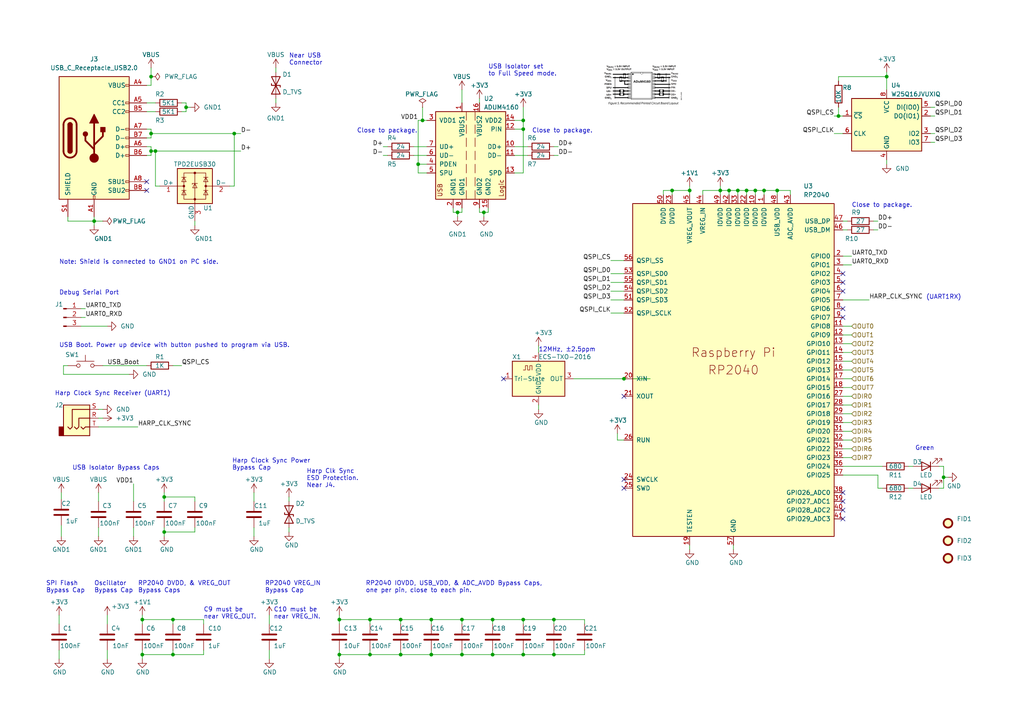
<source format=kicad_sch>
(kicad_sch (version 20230121) (generator eeschema)
  (paper "A4")
  (junction (at 243.205 33.655))
  (junction (at 27.305 64.135))
  (junction (at 132.715 61.595))
  (junction (at 133.985 179.705))
  (junction (at 142.875 179.705))
  (junction (at 98.425 189.865))
  (junction (at 50.165 189.865))
  (junction (at 160.655 179.705))
  (junction (at 41.275 179.705))
  (junction (at 219.075 55.245))
  (junction (at 125.095 179.705))
  (junction (at 53.975 31.115))
  (junction (at 107.315 189.865))
  (junction (at 213.995 55.245))
  (junction (at 225.425 55.245))
  (junction (at 151.765 34.925))
  (junction (at 257.175 22.225))
  (junction (at 43.815 38.735))
  (junction (at 208.915 55.245))
  (junction (at 133.985 189.865))
  (junction (at 142.875 189.865))
  (junction (at 41.275 189.865))
  (junction (at 122.555 34.925))
  (junction (at 221.615 55.245))
  (junction (at 160.655 189.865))
  (junction (at 47.625 144.145))
  (junction (at 194.945 55.245))
  (junction (at 180.975 109.855))
  (junction (at 116.205 179.705))
  (junction (at 125.095 189.865))
  (junction (at 43.815 22.225))
  (junction (at 50.165 179.705))
  (junction (at 43.815 43.815))
  (junction (at 67.945 38.735))
  (junction (at 98.425 179.705))
  (junction (at 140.335 61.595))
  (junction (at 121.285 47.625))
  (junction (at 151.765 189.865))
  (junction (at 151.765 37.465))
  (junction (at 47.625 154.305))
  (junction (at 216.535 55.245))
  (junction (at 107.315 179.705))
  (junction (at 211.455 55.245))
  (junction (at 200.025 55.245))
  (junction (at 45.085 43.815))
  (junction (at 116.205 189.865))
  (junction (at 273.685 138.43))
  (junction (at 151.765 179.705))
  (no_connect (at 180.975 139.065))
  (no_connect (at 244.475 92.075))
  (no_connect (at 146.05 109.855))
  (no_connect (at 244.475 142.875))
  (no_connect (at 244.475 150.495))
  (no_connect (at 42.545 55.245))
  (no_connect (at 244.475 147.955))
  (no_connect (at 244.475 145.415))
  (no_connect (at 244.475 89.535))
  (no_connect (at 244.475 81.915))
  (no_connect (at 180.975 141.605))
  (no_connect (at 180.975 114.935))
  (no_connect (at 244.475 79.375))
  (no_connect (at 244.475 84.455))
  (no_connect (at 42.545 52.705))
  (wire (pts (xy 98.425 179.705) (xy 98.425 180.975)))
  (wire (pts (xy 116.205 179.705) (xy 116.205 180.975)))
  (wire (pts (xy 121.285 50.165) (xy 121.285 47.625)))
  (wire (pts (xy 257.175 46.355) (xy 257.175 47.625)))
  (wire (pts (xy 244.475 120.015) (xy 247.015 120.015)))
  (wire (pts (xy 151.765 34.925) (xy 151.765 37.465)))
  (wire (pts (xy 219.075 55.245) (xy 221.615 55.245)))
  (wire (pts (xy 43.815 37.465) (xy 43.815 38.735)))
  (wire (pts (xy 42.545 37.465) (xy 43.815 37.465)))
  (wire (pts (xy 133.985 189.865) (xy 125.095 189.865)))
  (wire (pts (xy 244.475 97.155) (xy 247.015 97.155)))
  (wire (pts (xy 41.275 178.435) (xy 41.275 179.705)))
  (wire (pts (xy 151.765 189.865) (xy 160.655 189.865)))
  (wire (pts (xy 41.275 188.595) (xy 41.275 189.865)))
  (wire (pts (xy 142.875 188.595) (xy 142.875 189.865)))
  (wire (pts (xy 243.205 22.225) (xy 257.175 22.225)))
  (wire (pts (xy 45.085 53.975) (xy 46.355 53.975)))
  (wire (pts (xy 43.815 43.815) (xy 43.815 45.085)))
  (wire (pts (xy 244.475 117.475) (xy 247.015 117.475)))
  (wire (pts (xy 179.07 125.73) (xy 179.07 127.635)))
  (wire (pts (xy 180.975 86.995) (xy 177.165 86.995)))
  (wire (pts (xy 244.475 114.935) (xy 247.015 114.935)))
  (wire (pts (xy 151.765 31.115) (xy 151.765 34.925)))
  (wire (pts (xy 273.685 138.43) (xy 274.955 138.43)))
  (wire (pts (xy 133.985 179.705) (xy 133.985 180.975)))
  (wire (pts (xy 23.495 92.075) (xy 24.765 92.075)))
  (wire (pts (xy 50.165 189.865) (xy 50.165 188.595)))
  (wire (pts (xy 78.105 178.435) (xy 78.105 180.975)))
  (wire (pts (xy 244.475 76.835) (xy 247.015 76.835)))
  (wire (pts (xy 50.165 180.975) (xy 50.165 179.705)))
  (wire (pts (xy 180.975 84.455) (xy 177.165 84.455)))
  (wire (pts (xy 208.915 55.245) (xy 203.835 55.245)))
  (wire (pts (xy 45.085 43.815) (xy 69.85 43.815)))
  (wire (pts (xy 216.535 55.245) (xy 216.535 56.515)))
  (wire (pts (xy 47.625 154.305) (xy 56.515 154.305)))
  (wire (pts (xy 52.705 29.845) (xy 53.975 29.845)))
  (wire (pts (xy 28.575 153.035) (xy 28.575 155.575)))
  (wire (pts (xy 151.765 189.865) (xy 142.875 189.865)))
  (wire (pts (xy 244.475 127.635) (xy 247.015 127.635)))
  (wire (pts (xy 98.425 188.595) (xy 98.425 189.865)))
  (wire (pts (xy 123.825 34.925) (xy 122.555 34.925)))
  (wire (pts (xy 111.125 42.545) (xy 112.395 42.545)))
  (wire (pts (xy 200.025 55.245) (xy 194.945 55.245)))
  (wire (pts (xy 177.165 75.565) (xy 180.975 75.565)))
  (wire (pts (xy 244.475 109.855) (xy 247.015 109.855)))
  (wire (pts (xy 27.305 62.865) (xy 27.305 64.135)))
  (wire (pts (xy 169.545 179.705) (xy 160.655 179.705)))
  (wire (pts (xy 83.82 153.035) (xy 83.82 154.305)))
  (wire (pts (xy 160.655 179.705) (xy 151.765 179.705)))
  (wire (pts (xy 241.935 33.655) (xy 243.205 33.655)))
  (wire (pts (xy 38.735 153.035) (xy 38.735 155.575)))
  (wire (pts (xy 121.285 47.625) (xy 121.285 34.925)))
  (wire (pts (xy 160.655 189.865) (xy 169.545 189.865)))
  (wire (pts (xy 192.405 55.245) (xy 192.405 56.515)))
  (wire (pts (xy 28.575 123.825) (xy 40.005 123.825)))
  (wire (pts (xy 219.075 55.245) (xy 219.075 56.515)))
  (wire (pts (xy 18.415 108.585) (xy 37.465 108.585)))
  (wire (pts (xy 244.475 94.615) (xy 247.015 94.615)))
  (wire (pts (xy 151.765 188.595) (xy 151.765 189.865)))
  (wire (pts (xy 132.715 61.595) (xy 132.715 62.865)))
  (wire (pts (xy 120.015 45.085) (xy 123.825 45.085)))
  (wire (pts (xy 56.515 145.415) (xy 56.515 144.145)))
  (wire (pts (xy 28.575 118.745) (xy 29.845 118.745)))
  (wire (pts (xy 244.475 99.695) (xy 247.015 99.695)))
  (wire (pts (xy 116.205 188.595) (xy 116.205 189.865)))
  (wire (pts (xy 78.105 188.595) (xy 78.105 191.135)))
  (wire (pts (xy 241.935 38.735) (xy 244.475 38.735)))
  (wire (pts (xy 133.985 179.705) (xy 142.875 179.705)))
  (wire (pts (xy 151.765 34.925) (xy 149.225 34.925)))
  (wire (pts (xy 116.205 179.705) (xy 125.095 179.705)))
  (wire (pts (xy 149.225 42.545) (xy 153.035 42.545)))
  (wire (pts (xy 28.575 142.875) (xy 28.575 145.415)))
  (wire (pts (xy 160.655 189.865) (xy 160.655 188.595)))
  (wire (pts (xy 179.07 127.635) (xy 180.975 127.635)))
  (wire (pts (xy 244.475 135.255) (xy 255.905 135.255)))
  (wire (pts (xy 257.175 20.955) (xy 257.175 22.225)))
  (wire (pts (xy 229.235 55.245) (xy 225.425 55.245)))
  (wire (pts (xy 244.475 64.135) (xy 245.745 64.135)))
  (wire (pts (xy 53.975 32.385) (xy 53.975 31.115)))
  (wire (pts (xy 131.445 60.325) (xy 131.445 61.595)))
  (wire (pts (xy 243.205 31.115) (xy 243.205 33.655)))
  (wire (pts (xy 244.475 107.315) (xy 247.015 107.315)))
  (wire (pts (xy 203.835 55.245) (xy 203.835 56.515)))
  (wire (pts (xy 56.515 154.305) (xy 56.515 153.035)))
  (wire (pts (xy 253.365 64.135) (xy 254.635 64.135)))
  (wire (pts (xy 17.78 142.875) (xy 17.78 144.78)))
  (wire (pts (xy 43.815 22.225) (xy 43.815 24.765)))
  (wire (pts (xy 213.995 55.245) (xy 213.995 56.515)))
  (wire (pts (xy 50.165 179.705) (xy 59.055 179.705)))
  (wire (pts (xy 98.425 179.705) (xy 107.315 179.705)))
  (wire (pts (xy 80.01 19.685) (xy 80.01 20.955)))
  (wire (pts (xy 43.815 42.545) (xy 43.815 43.815)))
  (wire (pts (xy 229.235 56.515) (xy 229.235 55.245)))
  (wire (pts (xy 29.845 106.045) (xy 42.545 106.045)))
  (wire (pts (xy 50.165 189.865) (xy 59.055 189.865)))
  (wire (pts (xy 142.875 179.705) (xy 151.765 179.705)))
  (wire (pts (xy 269.875 33.655) (xy 271.145 33.655)))
  (wire (pts (xy 107.315 179.705) (xy 107.315 180.975)))
  (wire (pts (xy 177.165 90.805) (xy 180.975 90.805)))
  (wire (pts (xy 18.415 106.045) (xy 19.685 106.045)))
  (wire (pts (xy 169.545 188.595) (xy 169.545 189.865)))
  (wire (pts (xy 225.425 55.245) (xy 225.425 56.515)))
  (wire (pts (xy 23.495 94.615) (xy 31.115 94.615)))
  (wire (pts (xy 156.21 117.475) (xy 156.21 118.745)))
  (wire (pts (xy 194.945 55.245) (xy 194.945 56.515)))
  (wire (pts (xy 212.725 158.115) (xy 212.725 159.385)))
  (wire (pts (xy 194.945 55.245) (xy 192.405 55.245)))
  (wire (pts (xy 43.815 45.085) (xy 42.545 45.085)))
  (wire (pts (xy 142.875 189.865) (xy 133.985 189.865)))
  (wire (pts (xy 216.535 55.245) (xy 219.075 55.245)))
  (wire (pts (xy 120.015 42.545) (xy 123.825 42.545)))
  (wire (pts (xy 17.145 178.435) (xy 17.145 180.975)))
  (wire (pts (xy 139.065 60.325) (xy 139.065 61.595)))
  (wire (pts (xy 50.165 106.045) (xy 52.705 106.045)))
  (wire (pts (xy 243.205 33.655) (xy 244.475 33.655)))
  (wire (pts (xy 169.545 180.975) (xy 169.545 179.705)))
  (wire (pts (xy 47.625 153.035) (xy 47.625 154.305)))
  (wire (pts (xy 269.875 38.735) (xy 271.145 38.735)))
  (wire (pts (xy 125.095 179.705) (xy 133.985 179.705)))
  (wire (pts (xy 28.575 121.285) (xy 29.845 121.285)))
  (wire (pts (xy 38.735 140.335) (xy 38.735 145.415)))
  (wire (pts (xy 43.815 38.735) (xy 43.815 40.005)))
  (wire (pts (xy 160.655 45.085) (xy 161.925 45.085)))
  (wire (pts (xy 27.305 64.135) (xy 27.305 65.405)))
  (wire (pts (xy 142.875 179.705) (xy 142.875 180.975)))
  (wire (pts (xy 273.685 135.255) (xy 273.685 138.43)))
  (wire (pts (xy 67.945 38.735) (xy 67.945 53.975)))
  (wire (pts (xy 211.455 55.245) (xy 211.455 56.515)))
  (wire (pts (xy 140.335 61.595) (xy 140.335 62.865)))
  (wire (pts (xy 253.365 66.675) (xy 254.635 66.675)))
  (wire (pts (xy 17.78 152.4) (xy 17.78 155.575)))
  (wire (pts (xy 244.475 86.995) (xy 252.095 86.995)))
  (wire (pts (xy 43.815 24.765) (xy 42.545 24.765)))
  (wire (pts (xy 80.01 28.575) (xy 80.01 29.845)))
  (wire (pts (xy 43.815 38.735) (xy 67.945 38.735)))
  (wire (pts (xy 208.915 55.245) (xy 211.455 55.245)))
  (wire (pts (xy 27.305 64.135) (xy 29.845 64.135)))
  (wire (pts (xy 211.455 55.245) (xy 213.995 55.245)))
  (wire (pts (xy 213.995 55.245) (xy 216.535 55.245)))
  (wire (pts (xy 41.275 189.865) (xy 41.275 191.135)))
  (wire (pts (xy 255.905 141.605) (xy 254.635 141.605)))
  (wire (pts (xy 18.415 108.585) (xy 18.415 106.045)))
  (wire (pts (xy 133.985 188.595) (xy 133.985 189.865)))
  (wire (pts (xy 200.025 55.245) (xy 200.025 56.515)))
  (wire (pts (xy 132.715 61.595) (xy 131.445 61.595)))
  (wire (pts (xy 263.525 135.255) (xy 264.795 135.255)))
  (wire (pts (xy 19.685 64.135) (xy 27.305 64.135)))
  (wire (pts (xy 123.825 47.625) (xy 121.285 47.625)))
  (wire (pts (xy 244.475 104.775) (xy 247.015 104.775)))
  (wire (pts (xy 116.205 179.705) (xy 107.315 179.705)))
  (wire (pts (xy 257.175 22.225) (xy 257.175 26.035)))
  (wire (pts (xy 31.115 178.435) (xy 31.115 180.975)))
  (wire (pts (xy 107.315 188.595) (xy 107.315 189.865)))
  (wire (pts (xy 42.545 32.385) (xy 45.085 32.385)))
  (wire (pts (xy 272.415 141.605) (xy 273.685 141.605)))
  (wire (pts (xy 221.615 55.245) (xy 221.615 56.515)))
  (wire (pts (xy 31.115 188.595) (xy 31.115 191.135)))
  (wire (pts (xy 125.095 189.865) (xy 116.205 189.865)))
  (wire (pts (xy 244.475 130.175) (xy 247.015 130.175)))
  (wire (pts (xy 42.545 29.845) (xy 45.085 29.845)))
  (wire (pts (xy 125.095 188.595) (xy 125.095 189.865)))
  (wire (pts (xy 98.425 189.865) (xy 107.315 189.865)))
  (wire (pts (xy 208.915 53.975) (xy 208.915 55.245)))
  (wire (pts (xy 200.025 53.975) (xy 200.025 55.245)))
  (wire (pts (xy 43.815 43.815) (xy 45.085 43.815)))
  (wire (pts (xy 98.425 178.435) (xy 98.425 179.705)))
  (wire (pts (xy 180.975 79.375) (xy 177.165 79.375)))
  (wire (pts (xy 149.225 37.465) (xy 151.765 37.465)))
  (wire (pts (xy 122.555 31.115) (xy 122.555 34.925)))
  (wire (pts (xy 151.765 180.975) (xy 151.765 179.705)))
  (wire (pts (xy 244.475 122.555) (xy 247.015 122.555)))
  (wire (pts (xy 180.975 81.915) (xy 177.165 81.915)))
  (wire (pts (xy 42.545 42.545) (xy 43.815 42.545)))
  (wire (pts (xy 47.625 144.145) (xy 47.625 145.415)))
  (wire (pts (xy 17.145 188.595) (xy 17.145 191.135)))
  (wire (pts (xy 43.815 19.685) (xy 43.815 22.225)))
  (wire (pts (xy 139.065 61.595) (xy 140.335 61.595)))
  (wire (pts (xy 139.065 28.575) (xy 139.065 29.845)))
  (wire (pts (xy 263.525 141.605) (xy 264.795 141.605)))
  (wire (pts (xy 123.825 50.165) (xy 121.285 50.165)))
  (wire (pts (xy 47.625 142.875) (xy 47.625 144.145)))
  (wire (pts (xy 133.985 26.035) (xy 133.985 29.845)))
  (wire (pts (xy 244.475 112.395) (xy 247.015 112.395)))
  (wire (pts (xy 19.685 62.865) (xy 19.685 64.135)))
  (wire (pts (xy 45.085 43.815) (xy 45.085 53.975)))
  (wire (pts (xy 116.205 189.865) (xy 107.315 189.865)))
  (wire (pts (xy 244.475 74.295) (xy 247.015 74.295)))
  (wire (pts (xy 272.415 135.255) (xy 273.685 135.255)))
  (wire (pts (xy 156.21 100.33) (xy 156.21 102.235)))
  (wire (pts (xy 41.275 189.865) (xy 50.165 189.865)))
  (wire (pts (xy 122.555 34.925) (xy 121.285 34.925)))
  (wire (pts (xy 244.475 102.235) (xy 247.015 102.235)))
  (wire (pts (xy 273.685 138.43) (xy 273.685 141.605)))
  (wire (pts (xy 151.765 50.165) (xy 149.225 50.165)))
  (wire (pts (xy 160.655 180.975) (xy 160.655 179.705)))
  (wire (pts (xy 67.945 38.735) (xy 69.85 38.735)))
  (wire (pts (xy 59.055 180.975) (xy 59.055 179.705)))
  (wire (pts (xy 140.335 61.595) (xy 141.605 61.595)))
  (wire (pts (xy 166.37 109.855) (xy 180.975 109.855)))
  (wire (pts (xy 244.475 66.675) (xy 245.745 66.675)))
  (wire (pts (xy 111.125 45.085) (xy 112.395 45.085)))
  (wire (pts (xy 160.655 42.545) (xy 161.925 42.545)))
  (wire (pts (xy 23.495 89.535) (xy 24.765 89.535)))
  (wire (pts (xy 56.515 144.145) (xy 47.625 144.145)))
  (wire (pts (xy 200.025 158.115) (xy 200.025 159.385)))
  (wire (pts (xy 244.475 137.795) (xy 254.635 137.795)))
  (wire (pts (xy 141.605 61.595) (xy 141.605 60.325)))
  (wire (pts (xy 43.815 40.005) (xy 42.545 40.005)))
  (wire (pts (xy 244.475 132.715) (xy 247.015 132.715)))
  (wire (pts (xy 83.82 144.145) (xy 83.82 145.415)))
  (wire (pts (xy 59.055 189.865) (xy 59.055 188.595)))
  (wire (pts (xy 53.975 31.115) (xy 55.245 31.115)))
  (wire (pts (xy 73.66 153.035) (xy 73.66 155.575)))
  (wire (pts (xy 52.705 32.385) (xy 53.975 32.385)))
  (wire (pts (xy 133.985 61.595) (xy 132.715 61.595)))
  (wire (pts (xy 244.475 125.095) (xy 247.015 125.095)))
  (wire (pts (xy 269.875 31.115) (xy 271.145 31.115)))
  (wire (pts (xy 41.275 179.705) (xy 41.275 180.975)))
  (wire (pts (xy 180.975 109.855) (xy 188.595 109.855)))
  (wire (pts (xy 149.225 45.085) (xy 153.035 45.085)))
  (wire (pts (xy 53.975 31.115) (xy 53.975 29.845)))
  (wire (pts (xy 125.095 180.975) (xy 125.095 179.705)))
  (wire (pts (xy 67.945 53.975) (xy 66.675 53.975)))
  (wire (pts (xy 56.515 64.135) (xy 56.515 65.405)))
  (wire (pts (xy 254.635 141.605) (xy 254.635 137.795)))
  (wire (pts (xy 47.625 154.305) (xy 47.625 155.575)))
  (wire (pts (xy 225.425 55.245) (xy 221.615 55.245)))
  (wire (pts (xy 151.765 37.465) (xy 151.765 50.165)))
  (wire (pts (xy 208.915 55.245) (xy 208.915 56.515)))
  (wire (pts (xy 133.985 60.325) (xy 133.985 61.595)))
  (wire (pts (xy 73.66 142.875) (xy 73.66 145.415)))
  (wire (pts (xy 269.875 41.275) (xy 271.145 41.275)))
  (wire (pts (xy 243.205 23.495) (xy 243.205 22.225)))
  (wire (pts (xy 41.275 179.705) (xy 50.165 179.705)))
  (wire (pts (xy 98.425 189.865) (xy 98.425 191.135)))
  (image (at 186.055 24.765) (scale 0.172608))
  (text "USB Isolator Bypass Caps" (at 20.955 136.525 0) (effects (font (size 1.27 1.27)) (justify left bottom)))
  (text "Near USB\nConnector" (at 83.82 19.05 0) (effects (font (size 1.27 1.27)) (justify left bottom)))
  (text "Close to package." (at 247.015 60.325 0) (effects (font (size 1.27 1.27)) (justify left bottom)))
  (text "Harp Clock Sync Power\nBypass Cap" (at 67.31 136.525 0) (effects (font (size 1.27 1.27)) (justify left bottom)))
  (text "USB Isolator set\nto Full Speed mode." (at 141.605 22.225 0) (effects (font (size 1.27 1.27)) (justify left bottom)))
  (text "12MHz, ±2.5ppm" (at 156.21 102.235 0) (effects (font (size 1.27 1.27)) (justify left bottom)))
  (text "Debug Serial Port" (at 17.145 85.725 0) (effects (font (size 1.27 1.27)) (justify left bottom)))
  (text "USB Boot. Power up device with button pushed to program via USB." (at 17.145 100.965 0) (effects (font (size 1.27 1.27)) (justify left bottom)))
  (text "(UART1RX)" (at 268.605 86.995 0) (effects (font (size 1.27 1.27)) (justify left bottom)))
  (text "Harp Clock Sync Receiver (UART1)" (at 15.875 114.935 0) (effects (font (size 1.27 1.27)) (justify left bottom)))
  (text "Note: Shield is connected to GND1 on PC side." (at 17.145 76.835 0) (effects (font (size 1.27 1.27)) (justify left bottom)))
  (text "RP2040 DVDD, & VREG_OUT \nBypass Caps" (at 40.005 172.085 0) (effects (font (size 1.27 1.27)) (justify left bottom)))
  (text "RP2040 IOVDD, USB_VDD, & ADC_AVDD Bypass Caps, \none per pin, close to each pin." (at 106.045 172.085 0) (effects (font (size 1.27 1.27)) (justify left bottom)))
  (text "C9 must be \nnear VREG_OUT." (at 59.055 179.705 0) (effects (font (size 1.27 1.27)) (justify left bottom)))
  (text "RP2040 VREG_IN\nBypass Cap" (at 76.835 172.085 0) (effects (font (size 1.27 1.27)) (justify left bottom)))
  (text "SPI Flash\nBypass Cap" (at 13.335 172.085 0) (effects (font (size 1.27 1.27)) (justify left bottom)))
  (text "Close to package." (at 103.505 38.735 0) (effects (font (size 1.27 1.27)) (justify left bottom)))
  (text "Harp Clk Sync\nESD Protection.\nNear J4." (at 88.9 141.605 0) (effects (font (size 1.27 1.27)) (justify left bottom)))
  (text "Oscillator\nBypass Cap" (at 27.305 172.085 0) (effects (font (size 1.27 1.27)) (justify left bottom)))
  (text "C10 must be \nnear VREG_IN." (at 79.375 179.705 0) (effects (font (size 1.27 1.27)) (justify left bottom)))
  (text "Green" (at 265.43 130.81 0) (effects (font (size 1.27 1.27)) (justify left bottom)))
  (text "Close to package." (at 154.305 38.735 0) (effects (font (size 1.27 1.27)) (justify left bottom)))
  (label "QSPI_CLK" (at 177.165 90.805 180))
  (label "DD+" (at 254.635 64.135 0))
  (label "QSPI_D3" (at 271.145 41.275 0))
  (label "DD-" (at 161.925 45.085 0))
  (label "HARP_CLK_SYNC" (at 40.005 123.825 0))
  (label "QSPI_CS" (at 177.165 75.565 180))
  (label "UART0_RXD" (at 247.015 76.835 0))
  (label "QSPI_D3" (at 177.165 86.995 180))
  (label "QSPI_D0" (at 271.145 31.115 0))
  (label "D-" (at 69.85 38.735 0))
  (label "HARP_CLK_SYNC" (at 252.095 86.995 0))
  (label "D-" (at 111.125 45.085 180))
  (label "QSPI_D1" (at 271.145 33.655 0))
  (label "D+" (at 111.125 42.545 180))
  (label "D+" (at 69.85 43.815 0))
  (label "QSPI_D1" (at 177.165 81.915 180))
  (label "QSPI_D2" (at 177.165 84.455 180))
  (label "DD+" (at 161.925 42.545 0))
  (label "UART0_TXD" (at 247.015 74.295 0))
  (label "DD-" (at 254.635 66.675 0))
  (label "UART0_RXD" (at 24.765 92.075 0))
  (label "QSPI_CS" (at 52.705 106.045 0))
  (label "VDD1" (at 121.285 34.925 180))
  (label "QSPI_D0" (at 177.165 79.375 180))
  (label "UART0_TXD" (at 24.765 89.535 0))
  (label "USB_Boot" (at 31.115 106.045 0))
  (label "QSPI_CS" (at 241.935 33.655 180))
  (label "QSPI_CLK" (at 241.935 38.735 180))
  (label "QSPI_D2" (at 271.145 38.735 0))
  (label "VDD1" (at 38.735 140.335 180))
  (hierarchical_label "DIR5" (shape input) (at 247.015 127.635 0))
  (hierarchical_label "OUT5" (shape input) (at 247.015 107.315 0))
  (hierarchical_label "DIR1" (shape input) (at 247.015 117.475 0))
  (hierarchical_label "DIR3" (shape input) (at 247.015 122.555 0))
  (hierarchical_label "DIR7" (shape input) (at 247.015 132.715 0))
  (hierarchical_label "OUT3" (shape input) (at 247.015 102.235 0))
  (hierarchical_label "OUT6" (shape input) (at 247.015 109.855 0))
  (hierarchical_label "DIR2" (shape input) (at 247.015 120.015 0))
  (hierarchical_label "OUT0" (shape input) (at 247.015 94.615 0))
  (hierarchical_label "OUT1" (shape input) (at 247.015 97.155 0))
  (hierarchical_label "OUT2" (shape input) (at 247.015 99.695 0))
  (hierarchical_label "DIR0" (shape input) (at 247.015 114.935 0))
  (hierarchical_label "OUT7" (shape input) (at 247.015 112.395 0))
  (hierarchical_label "OUT4" (shape input) (at 247.015 104.775 0))
  (hierarchical_label "DIR4" (shape input) (at 247.015 125.095 0))
  (hierarchical_label "DIR6" (shape input) (at 247.015 130.175 0))
  (symbol (lib_id "Device:C") (at 151.765 184.785 180) (unit 1)
    (property "Reference" "C19" (at 155.575 182.245 0) (effects (justify left)))
    (property "Value" "100nF" (at 158.115 187.325 0) (effects (justify left)))
    (property "Footprint" "Capacitor_SMD:C_0402_1005Metric" (effects hide))
    (property "Datasheet" "http://www.passivecomponent.com/wp-content/uploads/datasheet/WTC_MLCC_General_Purpose.pdf" (effects hide))
    (property "Link" "https://www.digikey.com/en/products/detail/walsin-technology-corporation/0402B104K160CT/6707534" (effects hide))
    (property "Manufacturer" "Walson Technology Corporation" (effects hide))
    (property "Manufacturer Number" "0402B104K160CT" (effects hide))
    (property "Rated Voltage" "16V" (effects hide))
    (property "Temperature Coefficient" "X7R" (effects hide))
    (property "Tolerance" "10%" (effects hide))
    (property "PCBWay Link" "https://www.pcbway.com/components/detail/0402B104K160CT/307171/" (effects hide))
    (instances (project "ttl_io" (path "" (reference "C19") (unit 1))) (project "harp_lick_detector_capactive" (path "" (reference "C17") (unit 1))))
  )
  (symbol (lib_id "power:GND1") (at 80.01 29.845 0) (unit 1)
    (property "Reference" "#PWR027" (effects hide))
    (property "Value" "GND1" (at 80.01 34.29 0))
    (instances (project "ttl_io" (path "" (reference "#PWR027") (unit 1))) (project "harp_lick_detector_capactive" (path "" (reference "#PWR079") (unit 1))))
  )
  (symbol (lib_id "Mechanical:Fiducial") (at 274.955 161.925 0) (unit 1)
    (property "Reference" "FID3" (at 277.495 161.9249 0) (effects (justify left)))
    (property "Value" "Fiducial" (effects hide))
    (property "Footprint" "Fiducial:Fiducial_0.5mm_Mask1mm" (effects hide))
    (property "Datasheet" "n/a" (effects hide))
    (property "Link" "n/a" (effects hide))
    (property "Manufacturer" "n/a" (effects hide))
    (property "Manufacturer Number" "n/a" (effects hide))
  )
  (symbol (lib_id "power:PWR_FLAG") (at 122.555 31.115 0) (unit 1)
    (property "Reference" "#FLG03" (effects hide))
    (property "Value" "PWR_FLAG" (at 117.475 27.305 0) (effects (justify left)))
  )
  (symbol (lib_id "Connector:Conn_01x03_Male") (at 18.415 92.075 0) (unit 1)
    (property "Reference" "J1" (at 17.145 88.265 0))
    (property "Value" "Conn_01x03_Male" (effects hide))
    (property "Footprint" "Connector_PinHeader_2.54mm:PinHeader_1x03_P2.54mm_Vertical" (effects hide))
    (property "Datasheet" "n/a" (effects hide))
    (property "Notes" "DNP" (effects hide))
    (property "Alternate" "n/a" (effects hide))
    (property "Link" "n/a" (effects hide))
    (property "Manufacturer" "n/a" (effects hide))
    (property "Manufacturer Number" "n/a" (effects hide))
    (instances (project "ttl_io" (path "" (reference "J1") (unit 1))) (project "harp_lick_detector_capactive" (path "" (reference "J2") (unit 1))))
  )
  (symbol (lib_id "Device:R") (at 249.555 64.135 90) (unit 1)
    (property "Reference" "R9" (at 248.285 61.595 90))
    (property "Value" "27" (at 249.555 64.135 90))
    (property "Footprint" "Resistor_SMD:R_0402_1005Metric" (effects hide))
    (property "Datasheet" "RC0402FR-0727RL" (effects hide))
    (property "Link" "https://www.digikey.com/en/products/detail/yageo/RC0402FR-0727RL/5280946" (effects hide))
    (property "Manufacturer" "Yageo" (effects hide))
    (property "Manufacturer Number" "RC0402FR-0727RL" (effects hide))
    (property "Tolerance" "1%" (effects hide))
    (property "PCBWay Link" "https://www.pcbway.com/components/detail/RC0402FR0727RL/656670/" (effects hide))
    (instances (project "ttl_io" (path "" (reference "R9") (unit 1))) (project "harp_lick_detector_capactive" (path "" (reference "R10") (unit 1))))
  )
  (symbol (lib_id "power:GND1") (at 28.575 155.575 0) (unit 1)
    (property "Reference" "#PWR07" (effects hide))
    (property "Value" "GND1" (at 28.575 159.385 0))
    (instances (project "ttl_io" (path "" (reference "#PWR07") (unit 1))) (project "harp_lick_detector_capactive" (path "" (reference "#PWR065") (unit 1))))
  )
  (symbol (lib_id "power:GND1") (at 17.78 155.575 0) (unit 1)
    (property "Reference" "#PWR04" (effects hide))
    (property "Value" "GND1" (at 17.78 159.385 0))
    (instances (project "ttl_io" (path "" (reference "#PWR04") (unit 1))) (project "harp_lick_detector_capactive" (path "" (reference "#PWR0116") (unit 1))))
  )
  (symbol (lib_id "Device:D_TVS") (at 83.82 149.225 90) (unit 1)
    (property "Reference" "D2" (at 85.725 146.05 90) (effects (justify right)))
    (property "Value" "D_TVS" (at 85.725 151.13 90) (effects (justify right)))
    (property "Footprint" "Diode_SMD:D_0402_1005Metric" (effects hide))
    (property "Datasheet" "https://www.onsemi.com/pdf/datasheet/esdm3551-d.pdf" (effects hide))
    (property "Link" "https://www.digikey.com/en/products/detail/onsemi/SZESDM3551N2T5G/15860141" (effects hide))
    (property "PCBWay Link" "https://www.pcbway.com/components/detail/SZESDM3551N2T5G/947288/" (effects hide))
    (property "Manufacturer" "onsemi" (effects hide))
    (property "Manufacturer Number" "SZESDM3551N2T5G" (effects hide))
    (property "Notes" "not polarized" (effects hide))
    (instances (project "ttl_io" (path "" (reference "D2") (unit 1))) (project "harp_lick_detector_capactive" (path "" (reference "D4") (unit 1))))
  )
  (symbol (lib_id "Device:R") (at 156.845 45.085 90) (unit 1)
    (property "Reference" "R7" (at 154.305 47.625 90))
    (property "Value" "24" (at 156.845 45.085 90))
    (property "Footprint" "Resistor_SMD:R_0402_1005Metric" (effects hide))
    (property "Datasheet" "https://www.yageo.com/upload/media/product/productsearch/datasheet/rchip/PYu-AC_51_RoHS_L_10.pdf" (effects hide))
    (property "Link" "https://www.digikey.com/en/products/detail/yageo/AC0402FR-0724RL/5895214" (effects hide))
    (property "Manufacturer" "Yageo" (effects hide))
    (property "Manufacturer Number" "AC0402FR-0724RL" (effects hide))
    (property "Tolerance" "1%" (effects hide))
  )
  (symbol (lib_id "Device:C") (at 47.625 149.225 180) (unit 1)
    (property "Reference" "C7" (at 51.435 146.685 0) (effects (justify left)))
    (property "Value" "100nF" (at 53.975 151.765 0) (effects (justify left)))
    (property "Footprint" "Capacitor_SMD:C_0402_1005Metric" (effects hide))
    (property "Datasheet" "http://www.passivecomponent.com/wp-content/uploads/datasheet/WTC_MLCC_General_Purpose.pdf" (effects hide))
    (property "Link" "https://www.digikey.com/en/products/detail/walsin-technology-corporation/0402B104K160CT/6707534" (effects hide))
    (property "Manufacturer" "Walson Technology Corporation" (effects hide))
    (property "Manufacturer Number" "0402B104K160CT" (effects hide))
    (property "Rated Voltage" "16V" (effects hide))
    (property "Temperature Coefficient" "X7R" (effects hide))
    (property "Tolerance" "10%" (effects hide))
    (property "PCBWay Link" "https://www.pcbway.com/components/detail/0402B104K160CT/307171/" (effects hide))
    (instances (project "ttl_io" (path "" (reference "C7") (unit 1))) (project "harp_lick_detector_capactive" (path "" (reference "C3") (unit 1))))
  )
  (symbol (lib_id "power:GND") (at 98.425 191.135 0) (unit 1)
    (property "Reference" "#PWR031" (effects hide))
    (property "Value" "GND" (at 96.52 194.945 0) (effects (justify left)))
    (instances (project "ttl_io" (path "" (reference "#PWR031") (unit 1))) (project "harp_lick_detector_capactive" (path "" (reference "#PWR024") (unit 1))))
  )
  (symbol (lib_id "Device:C") (at 50.165 184.785 180) (unit 1)
    (property "Reference" "C8" (at 53.975 182.245 0) (effects (justify left)))
    (property "Value" "100nF" (at 56.515 187.325 0) (effects (justify left)))
    (property "Footprint" "Capacitor_SMD:C_0402_1005Metric" (effects hide))
    (property "Datasheet" "http://www.passivecomponent.com/wp-content/uploads/datasheet/WTC_MLCC_General_Purpose.pdf" (effects hide))
    (property "Link" "https://www.digikey.com/en/products/detail/walsin-technology-corporation/0402B104K160CT/6707534" (effects hide))
    (property "Manufacturer" "Walson Technology Corporation" (effects hide))
    (property "Manufacturer Number" "0402B104K160CT" (effects hide))
    (property "Rated Voltage" "16V" (effects hide))
    (property "Temperature Coefficient" "X7R" (effects hide))
    (property "Tolerance" "10%" (effects hide))
    (property "PCBWay Link" "https://www.pcbway.com/components/detail/0402B104K160CT/307171/" (effects hide))
    (instances (project "ttl_io" (path "" (reference "C8") (unit 1))) (project "harp_lick_detector_capactive" (path "" (reference "C7") (unit 1))))
  )
  (symbol (lib_id "Device:D_TVS") (at 80.01 24.765 90) (unit 1)
    (property "Reference" "D1" (at 81.915 21.59 90) (effects (justify right)))
    (property "Value" "D_TVS" (at 81.915 26.67 90) (effects (justify right)))
    (property "Footprint" "Diode_SMD:D_0402_1005Metric" (effects hide))
    (property "Datasheet" "https://www.onsemi.com/pdf/datasheet/esdm3551-d.pdf" (effects hide))
    (property "Link" "https://www.digikey.com/en/products/detail/onsemi/SZESDM3551N2T5G/15860141" (effects hide))
    (property "PCBWay Link" "https://www.pcbway.com/components/detail/SZESDM3551N2T5G/947288/" (effects hide))
    (property "Manufacturer" "onsemi" (effects hide))
    (property "Manufacturer Number" "SZESDM3551N2T5G" (effects hide))
    (property "Notes" "not polarized" (effects hide))
    (instances (project "ttl_io" (path "" (reference "D1") (unit 1))) (project "harp_lick_detector_capactive" (path "" (reference "D3") (unit 1))))
  )
  (symbol (lib_id "power:GND") (at 73.66 155.575 0) (unit 1)
    (property "Reference" "#PWR023" (effects hide))
    (property "Value" "GND" (at 72.39 159.385 0) (effects (justify left)))
    (instances (project "ttl_io" (path "" (reference "#PWR023") (unit 1))) (project "harp_lick_detector_capactive" (path "" (reference "#PWR018") (unit 1))))
  )
  (symbol (lib_id "power:GND") (at 17.145 191.135 0) (unit 1)
    (property "Reference" "#PWR02" (effects hide))
    (property "Value" "GND" (at 15.24 194.945 0) (effects (justify left)))
  )
  (symbol (lib_id "power:GND") (at 212.725 159.385 0) (unit 1)
    (property "Reference" "#PWR043" (effects hide))
    (property "Value" "GND" (at 211.455 163.195 0) (effects (justify left)))
    (instances (project "ttl_io" (path "" (reference "#PWR043") (unit 1))) (project "harp_lick_detector_capactive" (path "" (reference "#PWR036") (unit 1))))
  )
  (symbol (lib_id "Device:R") (at 249.555 66.675 90) (unit 1)
    (property "Reference" "R10" (at 247.015 69.215 90))
    (property "Value" "27" (at 249.555 66.675 90))
    (property "Footprint" "Resistor_SMD:R_0402_1005Metric" (effects hide))
    (property "Datasheet" "RC0402FR-0727RL" (effects hide))
    (property "Link" "https://www.digikey.com/en/products/detail/yageo/RC0402FR-0727RL/5280946" (effects hide))
    (property "Manufacturer" "Yageo" (effects hide))
    (property "Manufacturer Number" "RC0402FR-0727RL" (effects hide))
    (property "Tolerance" "1%" (effects hide))
    (property "PCBWay Link" "https://www.pcbway.com/components/detail/RC0402FR0727RL/656670/" (effects hide))
    (instances (project "ttl_io" (path "" (reference "R10") (unit 1))) (project "harp_lick_detector_capactive" (path "" (reference "R11") (unit 1))))
  )
  (symbol (lib_id "Device:R") (at 46.355 106.045 90) (unit 1)
    (property "Reference" "R1" (at 46.355 103.505 90))
    (property "Value" "1K" (at 46.355 106.045 90))
    (property "Footprint" "Resistor_SMD:R_0402_1005Metric" (effects hide))
    (property "Datasheet" "n/a" (effects hide))
    (property "Tolerance" "1%" (effects hide))
    (property "Link" "https://www.digikey.com/en/products/detail/yageo/RT0402BRD071KL/1069118" (effects hide))
    (property "Manufacturer" "Yageo" (effects hide))
    (property "Manufacturer Number" "RT0402BRD071KL" (effects hide))
  )
  (symbol (lib_id "power:GND") (at 200.025 159.385 0) (unit 1)
    (property "Reference" "#PWR041" (effects hide))
    (property "Value" "GND" (at 198.755 163.195 0) (effects (justify left)))
    (instances (project "ttl_io" (path "" (reference "#PWR041") (unit 1))) (project "harp_lick_detector_capactive" (path "" (reference "#PWR034") (unit 1))))
  )
  (symbol (lib_id "Device:R") (at 116.205 45.085 90) (unit 1)
    (property "Reference" "R5" (at 113.665 47.625 90))
    (property "Value" "24" (at 116.205 45.085 90))
    (property "Footprint" "Resistor_SMD:R_0402_1005Metric" (effects hide))
    (property "Datasheet" "https://www.yageo.com/upload/media/product/productsearch/datasheet/rchip/PYu-AC_51_RoHS_L_10.pdf" (effects hide))
    (property "Link" "https://www.digikey.com/en/products/detail/yageo/AC0402FR-0724RL/5895214" (effects hide))
    (property "Manufacturer" "Yageo" (effects hide))
    (property "Manufacturer Number" "AC0402FR-0724RL" (effects hide))
    (property "Tolerance" "1%" (effects hide))
  )
  (symbol (lib_id "Device:R") (at 259.715 141.605 90) (unit 1)
    (property "Reference" "R12" (at 259.715 144.145 90))
    (property "Value" "680" (at 259.715 141.605 90))
    (property "Footprint" "Resistor_SMD:R_0402_1005Metric" (effects hide))
    (property "Datasheet" "https://www.yageo.com/upload/media/product/productsearch/datasheet/rchip/PYu-RC_Group_51_RoHS_L_12.pdf" (effects hide))
    (property "Link" "https://www.digikey.com/en/products/detail/yageo/RC0402FR-07680RL/726654" (effects hide))
    (property "Manufacturer" "Yageo" (effects hide))
    (property "Manufacturer Number" "RC0402FR-07680RL" (effects hide))
    (property "Tolerance" "1%" (effects hide))
  )
  (symbol (lib_id "Device:C") (at 160.655 184.785 180) (unit 1)
    (property "Reference" "C20" (at 164.465 182.245 0) (effects (justify left)))
    (property "Value" "100nF" (at 167.005 187.325 0) (effects (justify left)))
    (property "Footprint" "Capacitor_SMD:C_0402_1005Metric" (effects hide))
    (property "Datasheet" "http://www.passivecomponent.com/wp-content/uploads/datasheet/WTC_MLCC_General_Purpose.pdf" (effects hide))
    (property "Link" "https://www.digikey.com/en/products/detail/walsin-technology-corporation/0402B104K160CT/6707534" (effects hide))
    (property "Manufacturer" "Walson Technology Corporation" (effects hide))
    (property "Manufacturer Number" "0402B104K160CT" (effects hide))
    (property "Rated Voltage" "16V" (effects hide))
    (property "Temperature Coefficient" "X7R" (effects hide))
    (property "Tolerance" "10%" (effects hide))
    (property "PCBWay Link" "https://www.pcbway.com/components/detail/0402B104K160CT/307171/" (effects hide))
    (instances (project "ttl_io" (path "" (reference "C20") (unit 1))) (project "harp_lick_detector_capactive" (path "" (reference "C18") (unit 1))))
  )
  (symbol (lib_id "power:+3.3V") (at 83.82 144.145 0) (unit 1)
    (property "Reference" "#PWR028" (effects hide))
    (property "Value" "+3.3V" (at 83.82 140.335 0))
    (instances (project "ttl_io" (path "" (reference "#PWR028") (unit 1))) (project "harp_lick_detector_capactive" (path "" (reference "#PWR094") (unit 1))))
  )
  (symbol (lib_id "pi_pico:RP2040") (at 212.725 107.315 0) (unit 1)
    (property "Reference" "U3" (at 233.045 53.975 0) (effects (justify left)))
    (property "Value" "RP2040" (at 233.045 56.515 0) (effects (justify left)))
    (property "Footprint" "kicad_component_library:RP2040-QFN-56" (effects hide))
    (property "Datasheet" "https://datasheets.raspberrypi.com/rp2040/rp2040-datasheet.pdf" (effects hide))
    (property "PCBWay Link" "https://www.pcbway.com/components/detail/SC091413/363165/" (effects hide))
    (property "Link" "https://www.digikey.com/en/products/detail/raspberry-pi/SC0914-13/14306010?s=N4IgTCBcDaIE4AcwAYAsyQF0C%2BQ" (effects hide))
    (property "Manufacturer Number" "SC0914(13)" (effects hide))
    (property "Manufacturer" "Raspberry Pi" (effects hide))
    (instances (project "ttl_io" (path "" (reference "U3") (unit 1))) (project "harp_lick_detector_capactive" (path "" (reference "U4") (unit 1))))
  )
  (symbol (lib_id "power:GND") (at 37.465 108.585 90) (unit 1)
    (property "Reference" "#PWR013" (effects hide))
    (property "Value" "GND" (at 41.275 108.5849 90) (effects (justify right)))
    (instances (project "ttl_io" (path "" (reference "#PWR013") (unit 1))) (project "harp_lick_detector_capactive" (path "" (reference "#PWR010") (unit 1))))
  )
  (symbol (lib_id "power:VBUS") (at 43.815 19.685 0) (unit 1)
    (property "Reference" "#PWR017" (effects hide))
    (property "Value" "VBUS" (at 43.815 15.875 0))
    (instances (project "ttl_io" (path "" (reference "#PWR017") (unit 1))) (project "harp_lick_detector_capactive" (path "" (reference "#PWR016") (unit 1))))
  )
  (symbol (lib_id "Device:C") (at 56.515 149.225 180) (unit 1)
    (property "Reference" "C9" (at 60.325 146.685 0) (effects (justify left)))
    (property "Value" "100nF" (at 62.865 151.765 0) (effects (justify left)))
    (property "Footprint" "Capacitor_SMD:C_0402_1005Metric" (effects hide))
    (property "Datasheet" "http://www.passivecomponent.com/wp-content/uploads/datasheet/WTC_MLCC_General_Purpose.pdf" (effects hide))
    (property "Link" "https://www.digikey.com/en/products/detail/walsin-technology-corporation/0402B104K160CT/6707534" (effects hide))
    (property "Manufacturer" "Walson Technology Corporation" (effects hide))
    (property "Manufacturer Number" "0402B104K160CT" (effects hide))
    (property "Rated Voltage" "16V" (effects hide))
    (property "Temperature Coefficient" "X7R" (effects hide))
    (property "Tolerance" "10%" (effects hide))
    (property "PCBWay Link" "https://www.pcbway.com/components/detail/0402B104K160CT/307171/" (effects hide))
    (instances (project "ttl_io" (path "" (reference "C9") (unit 1))) (project "harp_lick_detector_capactive" (path "" (reference "C5") (unit 1))))
  )
  (symbol (lib_id "Mechanical:Fiducial") (at 274.955 151.765 0) (unit 1)
    (property "Reference" "FID1" (at 277.495 150.4949 0) (effects (justify left)))
    (property "Value" "Fiducial" (effects hide))
    (property "Footprint" "Fiducial:Fiducial_0.5mm_Mask1mm" (effects hide))
    (property "Datasheet" "n/a" (effects hide))
    (property "Link" "n/a" (effects hide))
    (property "Manufacturer" "n/a" (effects hide))
    (property "Manufacturer Number" "n/a" (effects hide))
  )
  (symbol (lib_id "power:PWR_FLAG") (at 29.845 64.135 270) (unit 1)
    (property "Reference" "#FLG01" (effects hide))
    (property "Value" "PWR_FLAG" (at 37.465 64.135 90))
  )
  (symbol (lib_id "Device:C") (at 59.055 184.785 0) (unit 1)
    (property "Reference" "C10" (at 60.325 182.245 0) (effects (justify left)))
    (property "Value" "1uF" (at 60.325 187.325 0) (effects (justify left)))
    (property "Footprint" "Capacitor_SMD:C_0402_1005Metric" (effects hide))
    (property "Datasheet" "https://search.murata.co.jp/Ceramy/image/img/A01X/G101/ENG/GRM155R6YA105KE11-01.pdf" (effects hide))
    (property "Notes" "must not be polarized" (effects hide))
    (property "Link" "https://www.digikey.com/en/products/detail/murata-electronics/GRM155R6YA105KE11J/4905163" (effects hide))
    (property "Manufacturer Number" "GRM155R6YA105KE11J" (effects hide))
    (property "Manufacturer" "Murata Electronics" (effects hide))
    (property "Rated Voltage" "35V" (effects hide))
    (property "Temperature Coefficient" "X5R" (effects hide))
    (instances (project "ttl_io" (path "" (reference "C10") (unit 1))) (project "harp_lick_detector_capactive" (path "" (reference "C9") (unit 1))))
  )
  (symbol (lib_id "power:GND") (at 31.115 94.615 90) (unit 1)
    (property "Reference" "#PWR010" (effects hide))
    (property "Value" "GND" (at 34.925 94.6149 90) (effects (justify right)))
    (instances (project "ttl_io" (path "" (reference "#PWR010") (unit 1))) (project "harp_lick_detector_capactive" (path "" (reference "#PWR09") (unit 1))))
  )
  (symbol (lib_id "power:+3V3") (at 208.915 53.975 0) (unit 1)
    (property "Reference" "#PWR042" (effects hide))
    (property "Value" "+3V3" (at 208.915 50.165 0))
    (instances (project "ttl_io" (path "" (reference "#PWR042") (unit 1))) (project "harp_lick_detector_capactive" (path "" (reference "#PWR035") (unit 1))))
  )
  (symbol (lib_id "power:VBUS") (at 133.985 26.035 0) (unit 1)
    (property "Reference" "#PWR033" (effects hide))
    (property "Value" "VBUS" (at 133.985 22.225 0))
    (instances (project "ttl_io" (path "" (reference "#PWR033") (unit 1))) (project "harp_lick_detector_capactive" (path "" (reference "#PWR026") (unit 1))))
  )
  (symbol (lib_id "power:GND") (at 41.275 191.135 0) (unit 1)
    (property "Reference" "#PWR016" (effects hide))
    (property "Value" "GND" (at 39.37 194.945 0) (effects (justify left)))
    (instances (project "ttl_io" (path "" (reference "#PWR016") (unit 1))) (project "harp_lick_detector_capactive" (path "" (reference "#PWR015") (unit 1))))
  )
  (symbol (lib_id "power:VBUS") (at 17.78 142.875 0) (unit 1)
    (property "Reference" "#PWR03" (effects hide))
    (property "Value" "VBUS" (at 17.78 139.065 0))
    (instances (project "ttl_io" (path "" (reference "#PWR03") (unit 1))) (project "harp_lick_detector_capactive" (path "" (reference "#PWR0117") (unit 1))))
  )
  (symbol (lib_id "Device:C") (at 78.105 184.785 0) (unit 1)
    (property "Reference" "C12" (at 78.105 182.245 0) (effects (justify left)))
    (property "Value" "1uF" (at 79.375 187.325 0) (effects (justify left)))
    (property "Footprint" "Capacitor_SMD:C_0402_1005Metric" (effects hide))
    (property "Datasheet" "https://search.murata.co.jp/Ceramy/image/img/A01X/G101/ENG/GRM155R6YA105KE11-01.pdf" (effects hide))
    (property "Notes" "must not be polarized" (effects hide))
    (property "Link" "https://www.digikey.com/en/products/detail/murata-electronics/GRM155R6YA105KE11J/4905163" (effects hide))
    (property "Manufacturer Number" "GRM155R6YA105KE11J" (effects hide))
    (property "Manufacturer" "Murata Electronics" (effects hide))
    (property "Rated Voltage" "35V" (effects hide))
    (property "Temperature Coefficient" "X5R" (effects hide))
    (instances (project "ttl_io" (path "" (reference "C12") (unit 1))) (project "harp_lick_detector_capactive" (path "" (reference "C10") (unit 1))))
  )
  (symbol (lib_id "power:GND") (at 31.115 191.135 0) (unit 1)
    (property "Reference" "#PWR012" (effects hide))
    (property "Value" "GND" (at 29.21 194.945 0) (effects (justify left)))
  )
  (symbol (lib_id "Device:C") (at 142.875 184.785 180) (unit 1)
    (property "Reference" "C18" (at 146.685 182.245 0) (effects (justify left)))
    (property "Value" "100nF" (at 149.225 187.325 0) (effects (justify left)))
    (property "Footprint" "Capacitor_SMD:C_0402_1005Metric" (effects hide))
    (property "Datasheet" "http://www.passivecomponent.com/wp-content/uploads/datasheet/WTC_MLCC_General_Purpose.pdf" (effects hide))
    (property "Link" "https://www.digikey.com/en/products/detail/walsin-technology-corporation/0402B104K160CT/6707534" (effects hide))
    (property "Manufacturer" "Walson Technology Corporation" (effects hide))
    (property "Manufacturer Number" "0402B104K160CT" (effects hide))
    (property "Rated Voltage" "16V" (effects hide))
    (property "Temperature Coefficient" "X7R" (effects hide))
    (property "Tolerance" "10%" (effects hide))
    (property "PCBWay Link" "https://www.pcbway.com/components/detail/0402B104K160CT/307171/" (effects hide))
    (instances (project "ttl_io" (path "" (reference "C18") (unit 1))) (project "harp_lick_detector_capactive" (path "" (reference "C16") (unit 1))))
  )
  (symbol (lib_id "power:GND1") (at 55.245 31.115 90) (unit 1)
    (property "Reference" "#PWR020" (effects hide))
    (property "Value" "GND1" (at 59.055 31.1149 90) (effects (justify right)))
    (instances (project "ttl_io" (path "" (reference "#PWR020") (unit 1))) (project "harp_lick_detector_capactive" (path "" (reference "#PWR019") (unit 1))))
  )
  (symbol (lib_id "power:+3.3V") (at 78.105 178.435 0) (unit 1)
    (property "Reference" "#PWR024" (effects hide))
    (property "Value" "+3.3V" (at 78.105 174.625 0))
    (instances (project "ttl_io" (path "" (reference "#PWR024") (unit 1))) (project "harp_lick_detector_capactive" (path "" (reference "#PWR021") (unit 1))))
  )
  (symbol (lib_id "Device:C") (at 98.425 184.785 0) (unit 1)
    (property "Reference" "C13" (at 99.695 182.245 0) (effects (justify left)))
    (property "Value" "10uF" (at 99.695 187.325 0) (effects (justify left)))
    (property "Footprint" "Capacitor_SMD:C_0805_2012Metric" (effects hide))
    (property "Datasheet" "https://search.murata.co.jp/Ceramy/image/img/A01X/G101/ENG/GRM21BZ71E106KE15-01.pdf" (effects hide))
    (property "Link" "https://www.digikey.com/en/products/detail/murata-electronics/GRM21BZ71E106KE15L/13904911" (effects hide))
    (property "Manufacturer Number" "GRM21BZ71E106KE15L" (effects hide))
    (property "Rated Voltage" "25V" (effects hide))
    (property "Temperature Coefficient" "X7R" (effects hide))
    (property "Manufacturer" "Murata Electronics" (effects hide))
    (instances (project "ttl_io" (path "" (reference "C13") (unit 1))) (project "harp_lick_detector_capactive" (path "" (reference "C11") (unit 1))))
  )
  (symbol (lib_id "power:+3.3V") (at 47.625 142.875 0) (unit 1)
    (property "Reference" "#PWR018" (effects hide))
    (property "Value" "+3.3V" (at 47.625 139.065 0))
    (instances (project "ttl_io" (path "" (reference "#PWR018") (unit 1))) (project "harp_lick_detector_capactive" (path "" (reference "#PWR05") (unit 1))))
  )
  (symbol (lib_id "Interface_USB:ADUM4160") (at 136.525 45.085 0) (unit 1)
    (property "Reference" "U2" (at 140.335 28.575 0) (effects (justify left)))
    (property "Value" "ADUM4160" (at 140.335 31.115 0) (effects (justify left)))
    (property "Footprint" "Package_SO:SOIC-16W_7.5x10.3mm_P1.27mm" (effects hide))
    (property "Datasheet" "https://www.analog.com/media/en/technical-documentation/data-sheets/ADuM4160.pdf" (effects hide))
    (property "PCBWay Link" "https://www.pcbway.com/components/detail/ADUM4160BRWZRL/328710/" (effects hide))
    (property "Link" "https://www.digikey.com/en/products/detail/analog-devices-inc/ADUM4160BRWZ-RL/2183012" (effects hide))
    (property "Manufacturer Number" "ADUM4160BRWZ-RL" (effects hide))
    (property "Manufacturer" "Analog Devices Inc." (effects hide))
    (instances (project "ttl_io" (path "" (reference "U2") (unit 1))) (project "harp_lick_detector_capactive" (path "" (reference "U3") (unit 1))))
  )
  (symbol (lib_id "Device:C") (at 41.275 184.785 180) (unit 1)
    (property "Reference" "C6" (at 45.085 182.245 0) (effects (justify left)))
    (property "Value" "100nF" (at 47.625 187.325 0) (effects (justify left)))
    (property "Footprint" "Capacitor_SMD:C_0402_1005Metric" (effects hide))
    (property "Datasheet" "http://www.passivecomponent.com/wp-content/uploads/datasheet/WTC_MLCC_General_Purpose.pdf" (effects hide))
    (property "Link" "https://www.digikey.com/en/products/detail/walsin-technology-corporation/0402B104K160CT/6707534" (effects hide))
    (property "Manufacturer" "Walson Technology Corporation" (effects hide))
    (property "Manufacturer Number" "0402B104K160CT" (effects hide))
    (property "Rated Voltage" "16V" (effects hide))
    (property "Temperature Coefficient" "X7R" (effects hide))
    (property "Tolerance" "10%" (effects hide))
    (property "PCBWay Link" "https://www.pcbway.com/components/detail/0402B104K160CT/307171/" (effects hide))
  )
  (symbol (lib_id "power:VBUS") (at 80.01 19.685 0) (unit 1)
    (property "Reference" "#PWR026" (effects hide))
    (property "Value" "VBUS" (at 80.01 15.875 0))
    (instances (project "ttl_io" (path "" (reference "#PWR026") (unit 1))) (project "harp_lick_detector_capactive" (path "" (reference "#PWR055") (unit 1))))
  )
  (symbol (lib_id "Device:C") (at 116.205 184.785 180) (unit 1)
    (property "Reference" "C15" (at 120.015 182.245 0) (effects (justify left)))
    (property "Value" "100nF" (at 122.555 187.325 0) (effects (justify left)))
    (property "Footprint" "Capacitor_SMD:C_0402_1005Metric" (effects hide))
    (property "Datasheet" "http://www.passivecomponent.com/wp-content/uploads/datasheet/WTC_MLCC_General_Purpose.pdf" (effects hide))
    (property "Link" "https://www.digikey.com/en/products/detail/walsin-technology-corporation/0402B104K160CT/6707534" (effects hide))
    (property "Manufacturer" "Walson Technology Corporation" (effects hide))
    (property "Manufacturer Number" "0402B104K160CT" (effects hide))
    (property "Rated Voltage" "16V" (effects hide))
    (property "Temperature Coefficient" "X7R" (effects hide))
    (property "Tolerance" "10%" (effects hide))
    (property "PCBWay Link" "https://www.pcbway.com/components/detail/0402B104K160CT/307171/" (effects hide))
    (instances (project "ttl_io" (path "" (reference "C15") (unit 1))) (project "harp_lick_detector_capactive" (path "" (reference "C13") (unit 1))))
  )
  (symbol (lib_id "Device:R") (at 48.895 32.385 90) (unit 1)
    (property "Reference" "R3" (at 46.355 34.925 90))
    (property "Value" "5K1" (at 48.895 32.385 90))
    (property "Footprint" "Resistor_SMD:R_0402_1005Metric" (effects hide))
    (property "Datasheet" "https://www.yageo.com/upload/media/product/productsearch/datasheet/rchip/PYu-RT_1-to-0.01_RoHS_L_13.pdf" (effects hide))
    (property "Link" "https://www.digikey.com/en/products/detail/yageo/RT0402FRE075K1L/1072083" (effects hide))
    (property "Manufacturer" "Yageo" (effects hide))
    (property "Manufacturer Number" "RT0402FRE075K1L" (effects hide))
    (property "Tolerance" "1%" (effects hide))
    (property "PCBWay Link" "https://www.pcbway.com/components/detail/RT0402FRE075K1L/449762/" (effects hide))
  )
  (symbol (lib_id "power:+3.3V") (at 151.765 31.115 0) (unit 1)
    (property "Reference" "#PWR038" (effects hide))
    (property "Value" "+3.3V" (at 151.765 27.305 0))
    (instances (project "ttl_io" (path "" (reference "#PWR038") (unit 1))) (project "harp_lick_detector_capactive" (path "" (reference "#PWR029") (unit 1))))
  )
  (symbol (lib_id "power:GND") (at 274.955 138.43 90) (unit 1)
    (property "Reference" "#PWR046" (effects hide))
    (property "Value" "GND" (at 278.765 140.97 90) (effects (justify left)))
    (instances (project "ttl_io" (path "" (reference "#PWR046") (unit 1))) (project "harp_lick_detector_capactive" (path "" (reference "#PWR039") (unit 1))))
  )
  (symbol (lib_id "power:GND1") (at 132.715 62.865 0) (unit 1)
    (property "Reference" "#PWR032" (effects hide))
    (property "Value" "GND1" (at 132.715 67.945 0))
    (instances (project "ttl_io" (path "" (reference "#PWR032") (unit 1))) (project "harp_lick_detector_capactive" (path "" (reference "#PWR025") (unit 1))))
  )
  (symbol (lib_id "power:PWR_FLAG") (at 43.815 22.225 270) (unit 1)
    (property "Reference" "#FLG02" (effects hide))
    (property "Value" "PWR_FLAG" (at 47.625 22.2249 90) (effects (justify left)))
  )
  (symbol (lib_id "Memory_Flash:W25Q128JVS") (at 257.175 36.195 0) (unit 1)
    (property "Reference" "U4" (at 258.445 24.765 0) (effects (justify left)))
    (property "Value" "W25Q16JVUXIQ" (at 258.445 27.305 0) (effects (justify left)))
    (property "Footprint" "kicad_component_library:Winbond-8USON-2x3mm" (effects hide))
    (property "Datasheet" "https://www.winbond.com/resource-files/w25q16jv%20spi%20revh%2004082019%20plus.pdf" (effects hide))
    (property "Link" "https://www.digikey.com/en/products/detail/winbond-electronics/W25Q16JVUXIQ-TR/15182017" (effects hide))
    (property "Manufacturer" "Winbond Electronics" (effects hide))
    (property "Manufacturer Number" "W25Q16JVUXIQ TR" (effects hide))
    (property "PCBWay Link" "https://www.pcbway.com/components" (effects hide))
    (instances (project "ttl_io" (path "" (reference "U4") (unit 1))) (project "harp_lick_detector_capactive" (path "" (reference "U5") (unit 1))))
  )
  (symbol (lib_id "power:+1V1") (at 200.025 53.975 0) (unit 1)
    (property "Reference" "#PWR040" (effects hide))
    (property "Value" "+1V1" (at 200.025 50.165 0))
    (instances (project "ttl_io" (path "" (reference "#PWR040") (unit 1))) (project "harp_lick_detector_capactive" (path "" (reference "#PWR033") (unit 1))))
  )
  (symbol (lib_id "power:+3.3V") (at 17.145 178.435 0) (unit 1)
    (property "Reference" "#PWR01" (effects hide))
    (property "Value" "+3.3V" (at 17.145 174.625 0))
  )
  (symbol (lib_id "power:+3.3V") (at 98.425 178.435 0) (unit 1)
    (property "Reference" "#PWR030" (effects hide))
    (property "Value" "+3.3V" (at 98.425 174.625 0))
    (instances (project "ttl_io" (path "" (reference "#PWR030") (unit 1))) (project "harp_lick_detector_capactive" (path "" (reference "#PWR023") (unit 1))))
  )
  (symbol (lib_id "Device:R") (at 243.205 27.305 180) (unit 1)
    (property "Reference" "R8" (at 247.015 25.4 0) (effects (justify left)))
    (property "Value" "10K" (at 243.205 26.035 90) (effects (justify left)))
    (property "Footprint" "Resistor_SMD:R_0402_1005Metric" (effects hide))
    (property "Datasheet" "https://www.koaspeer.com/pdfs/SG73P.pdf" (effects hide))
    (property "Link" "https://www.digikey.com/en/products/detail/koa-speer-electronics-inc/SG73P1EWTTP1002F/14316756" (effects hide))
    (property "Manufacturer" "KOA Speer Electronics, Inc." (effects hide))
    (property "Manufacturer Number" "SG73P1EWTTP1002F" (effects hide))
    (property "Notes" "DNP" (effects hide))
    (instances (project "ttl_io" (path "" (reference "R8") (unit 1))) (project "harp_lick_detector_capactive" (path "" (reference "R9") (unit 1))))
  )
  (symbol (lib_id "Device:C") (at 107.315 184.785 180) (unit 1)
    (property "Reference" "C14" (at 111.125 182.245 0) (effects (justify left)))
    (property "Value" "100nF" (at 113.665 187.325 0) (effects (justify left)))
    (property "Footprint" "Capacitor_SMD:C_0402_1005Metric" (effects hide))
    (property "Datasheet" "http://www.passivecomponent.com/wp-content/uploads/datasheet/WTC_MLCC_General_Purpose.pdf" (effects hide))
    (property "Link" "https://www.digikey.com/en/products/detail/walsin-technology-corporation/0402B104K160CT/6707534" (effects hide))
    (property "Manufacturer" "Walson Technology Corporation" (effects hide))
    (property "Manufacturer Number" "0402B104K160CT" (effects hide))
    (property "Rated Voltage" "16V" (effects hide))
    (property "Temperature Coefficient" "X7R" (effects hide))
    (property "Tolerance" "10%" (effects hide))
    (property "PCBWay Link" "https://www.pcbway.com/components/detail/0402B104K160CT/307171/" (effects hide))
    (instances (project "ttl_io" (path "" (reference "C14") (unit 1))) (project "harp_lick_detector_capactive" (path "" (reference "C12") (unit 1))))
  )
  (symbol (lib_id "Device:C") (at 133.985 184.785 180) (unit 1)
    (property "Reference" "C17" (at 137.795 182.245 0) (effects (justify left)))
    (property "Value" "100nF" (at 140.335 187.325 0) (effects (justify left)))
    (property "Footprint" "Capacitor_SMD:C_0402_1005Metric" (effects hide))
    (property "Datasheet" "http://www.passivecomponent.com/wp-content/uploads/datasheet/WTC_MLCC_General_Purpose.pdf" (effects hide))
    (property "Link" "https://www.digikey.com/en/products/detail/walsin-technology-corporation/0402B104K160CT/6707534" (effects hide))
    (property "Manufacturer" "Walson Technology Corporation" (effects hide))
    (property "Manufacturer Number" "0402B104K160CT" (effects hide))
    (property "Rated Voltage" "16V" (effects hide))
    (property "Temperature Coefficient" "X7R" (effects hide))
    (property "Tolerance" "10%" (effects hide))
    (property "PCBWay Link" "https://www.pcbway.com/components/detail/0402B104K160CT/307171/" (effects hide))
    (instances (project "ttl_io" (path "" (reference "C17") (unit 1))) (project "harp_lick_detector_capactive" (path "" (reference "C15") (unit 1))))
  )
  (symbol (lib_id "power:GND1") (at 56.515 65.405 0) (unit 1)
    (property "Reference" "#PWR021" (effects hide))
    (property "Value" "GND1" (at 56.515 69.215 0) (effects (justify left)))
    (instances (project "ttl_io" (path "" (reference "#PWR021") (unit 1))) (project "harp_lick_detector_capactive" (path "" (reference "#PWR020") (unit 1))))
  )
  (symbol (lib_id "Device:C") (at 73.66 149.225 0) (unit 1)
    (property "Reference" "C11" (at 73.66 146.685 0) (effects (justify left)))
    (property "Value" "1uF" (at 74.93 151.765 0) (effects (justify left)))
    (property "Footprint" "Capacitor_SMD:C_0402_1005Metric" (effects hide))
    (property "Datasheet" "https://search.murata.co.jp/Ceramy/image/img/A01X/G101/ENG/GRM155R6YA105KE11-01.pdf" (effects hide))
    (property "Notes" "must not be polarized" (effects hide))
    (property "Link" "https://www.digikey.com/en/products/detail/murata-electronics/GRM155R6YA105KE11J/4905163" (effects hide))
    (property "Manufacturer Number" "GRM155R6YA105KE11J" (effects hide))
    (property "Manufacturer" "Murata Electronics" (effects hide))
    (property "Rated Voltage" "35V" (effects hide))
    (property "Temperature Coefficient" "X5R" (effects hide))
    (instances (project "ttl_io" (path "" (reference "C11") (unit 1))) (project "harp_lick_detector_capactive" (path "" (reference "C8") (unit 1))))
  )
  (symbol (lib_id "power:GND1") (at 38.735 155.575 0) (unit 1)
    (property "Reference" "#PWR014" (effects hide))
    (property "Value" "GND1" (at 38.735 159.385 0))
    (instances (project "ttl_io" (path "" (reference "#PWR014") (unit 1))) (project "harp_lick_detector_capactive" (path "" (reference "#PWR03") (unit 1))))
  )
  (symbol (lib_id "Device:R") (at 48.895 29.845 90) (unit 1)
    (property "Reference" "R2" (at 46.355 27.305 90))
    (property "Value" "5K1" (at 48.895 29.845 90))
    (property "Footprint" "Resistor_SMD:R_0402_1005Metric" (effects hide))
    (property "Datasheet" "https://www.yageo.com/upload/media/product/productsearch/datasheet/rchip/PYu-RT_1-to-0.01_RoHS_L_13.pdf" (effects hide))
    (property "Link" "https://www.digikey.com/en/products/detail/yageo/RT0402FRE075K1L/1072083" (effects hide))
    (property "Manufacturer" "Yageo" (effects hide))
    (property "Manufacturer Number" "RT0402FRE075K1L" (effects hide))
    (property "Tolerance" "1%" (effects hide))
    (property "PCBWay Link" "https://www.pcbway.com/components/detail/RT0402FRE075K1L/449762/" (effects hide))
  )
  (symbol (lib_id "Connector:AudioJack3") (at 23.495 121.285 0) (unit 1)
    (property "Reference" "J2" (at 17.145 117.475 0))
    (property "Value" "AudioJack3" (effects hide))
    (property "Footprint" "Connector_Audio:Jack_3.5mm_CUI_SJ-3523-SMT_Horizontal" (effects hide))
    (property "Datasheet" "https://www.cuidevices.com/product/resource/sj-352x-smt.pdf" (effects hide))
    (property "Link" "https://www.digikey.com/en/products/detail/cui-devices/SJ-3524-SMT-TR-BE/2295987" (effects hide))
    (property "PCBWay Link" "https://www.pcbway.com/components/detail/SJ3523SMTTR/473228/" (effects hide))
    (property "Manufacturer Number" "SJ-3524-SMT-TR-BE" (effects hide))
    (property "Alternate" "SJ-3523-SMT-TR" (effects hide))
    (instances (project "ttl_io" (path "" (reference "J2") (unit 1))) (project "harp_lick_detector_capactive" (path "" (reference "J4") (unit 1))))
  )
  (symbol (lib_id "power:GND1") (at 27.305 65.405 0) (unit 1)
    (property "Reference" "#PWR05" (effects hide))
    (property "Value" "GND1" (at 27.305 69.215 0) (effects (justify left)))
    (instances (project "ttl_io" (path "" (reference "#PWR05") (unit 1))) (project "harp_lick_detector_capactive" (path "" (reference "#PWR04") (unit 1))))
  )
  (symbol (lib_id "Device:C") (at 17.78 148.59 0) (unit 1)
    (property "Reference" "C2" (at 17.78 146.05 0) (effects (justify left)))
    (property "Value" "1uF" (at 19.05 151.13 0) (effects (justify left)))
    (property "Footprint" "Capacitor_SMD:C_0402_1005Metric" (effects hide))
    (property "Datasheet" "https://search.murata.co.jp/Ceramy/image/img/A01X/G101/ENG/GRM155R6YA105KE11-01.pdf" (effects hide))
    (property "Notes" "must not be polarized" (effects hide))
    (property "Link" "https://www.digikey.com/en/products/detail/murata-electronics/GRM155R6YA105KE11J/4905163" (effects hide))
    (property "Manufacturer Number" "GRM155R6YA105KE11J" (effects hide))
    (property "Manufacturer" "Murata Electronics" (effects hide))
    (property "Rated Voltage" "35V" (effects hide))
    (property "Temperature Coefficient" "X5R" (effects hide))
    (instances (project "ttl_io" (path "" (reference "C2") (unit 1))) (project "harp_lick_detector_capactive" (path "" (reference "C56") (unit 1))))
  )
  (symbol (lib_id "power:+1V1") (at 41.275 178.435 0) (unit 1)
    (property "Reference" "#PWR015" (effects hide))
    (property "Value" "+1V1" (at 41.275 174.625 0))
    (instances (project "ttl_io" (path "" (reference "#PWR015") (unit 1))) (project "harp_lick_detector_capactive" (path "" (reference "#PWR014") (unit 1))))
  )
  (symbol (lib_id "power:+3V3") (at 156.21 100.33 0) (unit 1)
    (property "Reference" "#PWR036" (effects hide))
    (property "Value" "+3V3" (at 154.94 96.52 0) (effects (justify left)))
    (instances (project "ttl_io" (path "" (reference "#PWR036") (unit 1))) (project "harp_lick_detector_capactive" (path "" (reference "#PWR030") (unit 1))))
  )
  (symbol (lib_id "power:GND") (at 140.335 62.865 0) (unit 1)
    (property "Reference" "#PWR035" (effects hide))
    (property "Value" "GND" (at 139.065 67.945 0) (effects (justify left)))
    (instances (project "ttl_io" (path "" (reference "#PWR035") (unit 1))) (project "harp_lick_detector_capactive" (path "" (reference "#PWR028") (unit 1))))
  )
  (symbol (lib_id "Device:R") (at 259.715 135.255 90) (unit 1)
    (property "Reference" "R11" (at 259.715 137.795 90))
    (property "Value" "680" (at 259.715 135.255 90))
    (property "Footprint" "Resistor_SMD:R_0402_1005Metric" (effects hide))
    (property "Datasheet" "https://www.yageo.com/upload/media/product/productsearch/datasheet/rchip/PYu-RC_Group_51_RoHS_L_12.pdf" (effects hide))
    (property "Link" "https://www.digikey.com/en/products/detail/yageo/RC0402FR-07680RL/726654" (effects hide))
    (property "Manufacturer" "Yageo" (effects hide))
    (property "Manufacturer Number" "RC0402FR-07680RL" (effects hide))
    (property "Tolerance" "1%" (effects hide))
    (instances (project "ttl_io" (path "" (reference "R11") (unit 1))) (project "harp_lick_detector_capactive" (path "" (reference "R12") (unit 1))))
  )
  (symbol (lib_id "power:GND") (at 257.175 47.625 0) (unit 1)
    (property "Reference" "#PWR045" (effects hide))
    (property "Value" "GND" (at 259.715 48.8949 0) (effects (justify left)))
    (instances (project "ttl_io" (path "" (reference "#PWR045") (unit 1))) (project "harp_lick_detector_capactive" (path "" (reference "#PWR038") (unit 1))))
  )
  (symbol (lib_id "power:+3.3V") (at 257.175 20.955 0) (unit 1)
    (property "Reference" "#PWR044" (effects hide))
    (property "Value" "+3.3V" (at 257.175 17.145 0))
    (instances (project "ttl_io" (path "" (reference "#PWR044") (unit 1))) (project "harp_lick_detector_capactive" (path "" (reference "#PWR037") (unit 1))))
  )
  (symbol (lib_id "Device:C") (at 17.145 184.785 180) (unit 1)
    (property "Reference" "C1" (at 20.955 182.245 0) (effects (justify left)))
    (property "Value" "100nF" (at 23.495 187.325 0) (effects (justify left)))
    (property "Footprint" "Capacitor_SMD:C_0402_1005Metric" (effects hide))
    (property "Datasheet" "http://www.passivecomponent.com/wp-content/uploads/datasheet/WTC_MLCC_General_Purpose.pdf" (effects hide))
    (property "Link" "https://www.digikey.com/en/products/detail/walsin-technology-corporation/0402B104K160CT/6707534" (effects hide))
    (property "Manufacturer" "Walson Technology Corporation" (effects hide))
    (property "Manufacturer Number" "0402B104K160CT" (effects hide))
    (property "Rated Voltage" "16V" (effects hide))
    (property "Temperature Coefficient" "X7R" (effects hide))
    (property "Tolerance" "10%" (effects hide))
    (property "PCBWay Link" "https://www.pcbway.com/components/detail/0402B104K160CT/307171/" (effects hide))
  )
  (symbol (lib_id "Device:R") (at 156.845 42.545 90) (unit 1)
    (property "Reference" "R6" (at 154.305 40.005 90))
    (property "Value" "24" (at 156.845 42.545 90))
    (property "Footprint" "Resistor_SMD:R_0402_1005Metric" (effects hide))
    (property "Datasheet" "https://www.yageo.com/upload/media/product/productsearch/datasheet/rchip/PYu-AC_51_RoHS_L_10.pdf" (effects hide))
    (property "Link" "https://www.digikey.com/en/products/detail/yageo/AC0402FR-0724RL/5895214" (effects hide))
    (property "Manufacturer" "Yageo" (effects hide))
    (property "Manufacturer Number" "AC0402FR-0724RL" (effects hide))
    (property "Tolerance" "1%" (effects hide))
  )
  (symbol (lib_id "power:+3.3V") (at 139.065 28.575 0) (unit 1)
    (property "Reference" "#PWR034" (effects hide))
    (property "Value" "+3.3V" (at 139.065 24.765 0))
    (instances (project "ttl_io" (path "" (reference "#PWR034") (unit 1))) (project "harp_lick_detector_capactive" (path "" (reference "#PWR027") (unit 1))))
  )
  (symbol (lib_id "Device:C") (at 31.115 184.785 180) (unit 1)
    (property "Reference" "C4" (at 34.925 182.245 0) (effects (justify left)))
    (property "Value" "10nF" (at 37.465 187.325 0) (effects (justify left)))
    (property "Footprint" "Capacitor_SMD:C_0402_1005Metric" (effects hide))
    (property "Datasheet" "https://www.yageo.com/upload/media/product/productsearch/datasheet/mlcc/UPY-GPHC_X7R_6.3V-to-250V_23.pdf" (effects hide))
    (property "Link" "https://www.digikey.com/en/products/detail/yageo/CC0402KPX7R8BB103/11490384" (effects hide))
    (property "Manufacturer" "Yageo" (effects hide))
    (property "Manufacturer Number" "CC0402KPX7R8BB103" (effects hide))
    (property "Rated Voltage" "25V" (effects hide))
    (property "Temperature Coefficient" "X7R" (effects hide))
    (property "Tolerance" "10%" (effects hide))
    (instances (project "ttl_io" (path "" (reference "C4") (unit 1))) (project "harp_lick_detector_capactive" (path "" (reference "C32") (unit 1)) (path "" (reference "C4") (unit 1))))
  )
  (symbol (lib_id "kicad_component_library:ECS-TXO-2016") (at 156.21 109.855 0) (unit 1)
    (property "Reference" "X1" (at 149.86 103.505 0))
    (property "Value" "ECS-TXO-2016" (at 163.83 103.505 0))
    (property "Footprint" "Crystal:Crystal_SMD_2016-4Pin_2.0x1.6mm" (effects hide))
    (property "Datasheet" "https://ecsxtal.com/store/pdf/ECS-TXO-2016.pdf" (effects hide))
    (property "Link" "https://www.digikey.com/en/products/detail/ecs-inc/ECS-TXO-2016-33-120-TR/10244135" (effects hide))
    (property "Manufacturer" "ECS Inc." (effects hide))
    (property "Manufacturer Number" "ECS-TXO-2016-33-120-TR" (effects hide))
    (property "Notes" "HCMOS" (effects hide))
    (property "Tolerance" "±2.5ppm" (effects hide))
    (property "PCBWay Link" "https://www.pcbway.com/components/detail/ECSTXO201633120TR/348903/" (effects hide))
  )
  (symbol (lib_id "Mechanical:Fiducial") (at 274.955 156.845 0) (unit 1)
    (property "Reference" "FID2" (at 277.495 156.8449 0) (effects (justify left)))
    (property "Value" "Fiducial" (effects hide))
    (property "Footprint" "Fiducial:Fiducial_0.5mm_Mask1mm" (effects hide))
    (property "Datasheet" "n/a" (effects hide))
    (property "Link" "n/a" (effects hide))
    (property "Manufacturer" "n/a" (effects hide))
    (property "Manufacturer Number" "n/a" (effects hide))
  )
  (symbol (lib_id "Device:C") (at 125.095 184.785 180) (unit 1)
    (property "Reference" "C16" (at 128.905 182.245 0) (effects (justify left)))
    (property "Value" "100nF" (at 131.445 187.325 0) (effects (justify left)))
    (property "Footprint" "Capacitor_SMD:C_0402_1005Metric" (effects hide))
    (property "Datasheet" "http://www.passivecomponent.com/wp-content/uploads/datasheet/WTC_MLCC_General_Purpose.pdf" (effects hide))
    (property "Link" "https://www.digikey.com/en/products/detail/walsin-technology-corporation/0402B104K160CT/6707534" (effects hide))
    (property "Manufacturer" "Walson Technology Corporation" (effects hide))
    (property "Manufacturer Number" "0402B104K160CT" (effects hide))
    (property "Rated Voltage" "16V" (effects hide))
    (property "Temperature Coefficient" "X7R" (effects hide))
    (property "Tolerance" "10%" (effects hide))
    (property "PCBWay Link" "https://www.pcbway.com/components/detail/0402B104K160CT/307171/" (effects hide))
    (instances (project "ttl_io" (path "" (reference "C16") (unit 1))) (project "harp_lick_detector_capactive" (path "" (reference "C14") (unit 1))))
  )
  (symbol (lib_id "Device:C") (at 28.575 149.225 180) (unit 1)
    (property "Reference" "C3" (at 32.385 146.685 0) (effects (justify left)))
    (property "Value" "100nF" (at 34.925 151.765 0) (effects (justify left)))
    (property "Footprint" "Capacitor_SMD:C_0402_1005Metric" (effects hide))
    (property "Datasheet" "http://www.passivecomponent.com/wp-content/uploads/datasheet/WTC_MLCC_General_Purpose.pdf" (effects hide))
    (property "Link" "https://www.digikey.com/en/products/detail/walsin-technology-corporation/0402B104K160CT/6707534" (effects hide))
    (property "Manufacturer" "Walson Technology Corporation" (effects hide))
    (property "Manufacturer Number" "0402B104K160CT" (effects hide))
    (property "Rated Voltage" "16V" (effects hide))
    (property "Temperature Coefficient" "X7R" (effects hide))
    (property "Tolerance" "10%" (effects hide))
    (property "PCBWay Link" "https://www.pcbway.com/components/detail/0402B104K160CT/307171/" (effects hide))
    (instances (project "ttl_io" (path "" (reference "C3") (unit 1))) (project "harp_lick_detector_capactive" (path "" (reference "C37") (unit 1))))
  )
  (symbol (lib_id "power:+3.3V") (at 31.115 178.435 0) (unit 1)
    (property "Reference" "#PWR011" (effects hide))
    (property "Value" "+3.3V" (at 34.925 175.895 0))
    (instances (project "ttl_io" (path "" (reference "#PWR011") (unit 1))) (project "harp_lick_detector_capactive" (path "" (reference "#PWR064") (unit 1)) (path "" (reference "#PWR064") (unit 1))))
  )
  (symbol (lib_id "power:VBUS") (at 28.575 142.875 0) (unit 1)
    (property "Reference" "#PWR06" (effects hide))
    (property "Value" "VBUS" (at 28.575 139.065 0))
    (instances (project "ttl_io" (path "" (reference "#PWR06") (unit 1))) (project "harp_lick_detector_capactive" (path "" (reference "#PWR074") (unit 1))))
  )
  (symbol (lib_id "power:GND") (at 156.21 118.745 0) (unit 1)
    (property "Reference" "#PWR037" (effects hide))
    (property "Value" "GND" (at 154.94 122.555 0) (effects (justify left)))
    (instances (project "ttl_io" (path "" (reference "#PWR037") (unit 1))) (project "harp_lick_detector_capactive" (path "" (reference "#PWR031") (unit 1))))
  )
  (symbol (lib_id "Device:C") (at 169.545 184.785 180) (unit 1)
    (property "Reference" "C21" (at 173.355 182.245 0) (effects (justify left)))
    (property "Value" "100nF" (at 175.895 187.325 0) (effects (justify left)))
    (property "Footprint" "Capacitor_SMD:C_0402_1005Metric" (effects hide))
    (property "Datasheet" "http://www.passivecomponent.com/wp-content/uploads/datasheet/WTC_MLCC_General_Purpose.pdf" (effects hide))
    (property "Link" "https://www.digikey.com/en/products/detail/walsin-technology-corporation/0402B104K160CT/6707534" (effects hide))
    (property "Manufacturer" "Walson Technology Corporation" (effects hide))
    (property "Manufacturer Number" "0402B104K160CT" (effects hide))
    (property "Rated Voltage" "16V" (effects hide))
    (property "Temperature Coefficient" "X7R" (effects hide))
    (property "Tolerance" "10%" (effects hide))
    (property "PCBWay Link" "https://www.pcbway.com/components/detail/0402B104K160CT/307171/" (effects hide))
    (instances (project "ttl_io" (path "" (reference "C21") (unit 1))) (project "harp_lick_detector_capactive" (path "" (reference "C19") (unit 1))))
  )
  (symbol (lib_id "Power_Protection:TPD2EUSB30") (at 56.515 53.975 0) (unit 1)
    (property "Reference" "U1" (at 60.325 60.325 0))
    (property "Value" "TPD2EUSB30" (at 56.515 47.625 0))
    (property "Footprint" "Package_TO_SOT_SMD:Texas_DRT-3" (effects hide))
    (property "Datasheet" "http://www.ti.com/lit/ds/symlink/tpd2eusb30a.pdf" (effects hide))
    (property "Link" "https://www.digikey.com/en/products/detail/texas-instruments/TPD2EUSB30DRTR/2193486" (effects hide))
    (property "PCBWay Link" "https://www.pcbway.com/components/detail/TPD2EUSB30ADRTR/324861/" (effects hide))
    (property "Manufacturer" "Texas Instruments" (effects hide))
    (property "Manufacturer Number" "TPD2EUSB30DRTR" (effects hide))
    (instances (project "ttl_io" (path "" (reference "U1") (unit 1))) (project "harp_lick_detector_capactive" (path "" (reference "U2") (unit 1))))
  )
  (symbol (lib_id "power:GND") (at 47.625 155.575 0) (unit 1)
    (property "Reference" "#PWR019" (effects hide))
    (property "Value" "GND" (at 46.355 159.385 0) (effects (justify left)))
    (instances (project "ttl_io" (path "" (reference "#PWR019") (unit 1))) (project "harp_lick_detector_capactive" (path "" (reference "#PWR06") (unit 1))))
  )
  (symbol (lib_id "power:GND") (at 83.82 154.305 0) (unit 1)
    (property "Reference" "#PWR029" (effects hide))
    (property "Value" "GND" (at 82.55 158.115 0) (effects (justify left)))
    (instances (project "ttl_io" (path "" (reference "#PWR029") (unit 1))) (project "harp_lick_detector_capactive" (path "" (reference "#PWR095") (unit 1))))
  )
  (symbol (lib_id "Device:LED") (at 268.605 141.605 180) (unit 1)
    (property "Reference" "D4" (at 266.065 140.335 0))
    (property "Value" "LED" (at 268.605 144.145 0))
    (property "Footprint" "LED_SMD:LED_0603_1608Metric" (effects hide))
    (property "Datasheet" "https://www.sunledusa.com/products/spec/XZCDGK53W-1VF.pdf" (effects hide))
    (property "Link" "https://www.digikey.com/en/products/detail/sunled/XZCDGK53W-1VF/15761905" (effects hide))
    (property "Notes" "2mA, 98mcd, green" (effects hide))
    (property "Manufacturer" "SunLED" (effects hide))
    (property "Manufacturer Number" "XZCDGK53W-1VF" (effects hide))
    (instances (project "ttl_io" (path "" (reference "D4") (unit 1))) (project "harp_lick_detector_capactive" (path "" (reference "D2") (unit 1))))
  )
  (symbol (lib_id "power:+3V3") (at 29.845 121.285 270) (unit 1)
    (property "Reference" "#PWR09" (effects hide))
    (property "Value" "+3V3" (at 36.195 121.285 90))
    (instances (project "ttl_io" (path "" (reference "#PWR09") (unit 1))) (project "harp_lick_detector_capactive" (path "" (reference "#PWR08") (unit 1))))
  )
  (symbol (lib_id "Connector:USB_C_Receptacle_USB2.0") (at 27.305 40.005 0) (unit 1)
    (property "Reference" "J3" (at 27.305 17.145 0))
    (property "Value" "USB_C_Receptacle_USB2.0" (at 27.305 19.685 0))
    (property "Footprint" "Connector_USB:USB_C_Receptacle_JAE_DX07S016JA1R1500" (effects hide))
    (property "Datasheet" "https://www.jae.com/direct/topics/topics_file_download/?topics_id=66500&ext_no=04&_lang=en&v=2019072610033121856109" (effects hide))
    (property "Link" "https://www.digikey.com/en/products/detail/jae-electronics/DX07S016JA1R1500/11585731?s=N4IgTCBcDaICIA0AMB2AykgjANgFIEFMAlTAViSRAF0BfIA" (effects hide))
    (property "Manufacturer" "JAE Electronics" (effects hide))
    (property "Manufacturer Number" "DX07S016JA1R1500" (effects hide))
    (property "PCBWay Link" "https://www.pcbway.com/components/detail/DX07S016JA1R1500/10895/" (effects hide))
    (instances (project "ttl_io" (path "" (reference "J3") (unit 1))) (project "harp_lick_detector_capactive" (path "" (reference "J5") (unit 1))))
  )
  (symbol (lib_id "power:GND") (at 29.845 118.745 90) (unit 1)
    (property "Reference" "#PWR08" (effects hide))
    (property "Value" "GND" (at 33.655 118.7449 90) (effects (justify right)))
    (instances (project "ttl_io" (path "" (reference "#PWR08") (unit 1))) (project "harp_lick_detector_capactive" (path "" (reference "#PWR07") (unit 1))))
  )
  (symbol (lib_id "Switch:SW_Push") (at 24.765 106.045 0) (unit 1)
    (property "Reference" "SW1" (at 20.955 102.87 0))
    (property "Value" "SW_Push" (effects hide))
    (property "Footprint" "Button_Switch_SMD:SW_SPST_B3U-1000P" (effects hide))
    (property "Datasheet" "https://omronfs.omron.com/en_US/ecb/products/pdf/en-b3u.pdf" (effects hide))
    (property "Link" "https://www.digikey.com/en/products/detail/omron-electronics-inc-emc-div/B3U-1000P/1534357" (effects hide))
    (property "Manufacturer Number" "B3U-1000P" (effects hide))
    (property "Manufacturer" "Omron Electronics Inc-EMC Div" (effects hide))
  )
  (symbol (lib_id "power:+3.3V") (at 73.66 142.875 0) (unit 1)
    (property "Reference" "#PWR022" (effects hide))
    (property "Value" "+3.3V" (at 73.66 139.065 0))
    (instances (project "ttl_io" (path "" (reference "#PWR022") (unit 1))) (project "harp_lick_detector_capactive" (path "" (reference "#PWR017") (unit 1))))
  )
  (symbol (lib_id "Device:C") (at 38.735 149.225 180) (unit 1)
    (property "Reference" "C5" (at 42.545 146.685 0) (effects (justify left)))
    (property "Value" "100nF" (at 45.085 151.765 0) (effects (justify left)))
    (property "Footprint" "Capacitor_SMD:C_0402_1005Metric" (effects hide))
    (property "Datasheet" "http://www.passivecomponent.com/wp-content/uploads/datasheet/WTC_MLCC_General_Purpose.pdf" (effects hide))
    (property "Link" "https://www.digikey.com/en/products/detail/walsin-technology-corporation/0402B104K160CT/6707534" (effects hide))
    (property "Manufacturer" "Walson Technology Corporation" (effects hide))
    (property "Manufacturer Number" "0402B104K160CT" (effects hide))
    (property "Rated Voltage" "16V" (effects hide))
    (property "Temperature Coefficient" "X7R" (effects hide))
    (property "Tolerance" "10%" (effects hide))
    (property "PCBWay Link" "https://www.pcbway.com/components/detail/0402B104K160CT/307171/" (effects hide))
    (instances (project "ttl_io" (path "" (reference "C5") (unit 1))) (project "harp_lick_detector_capactive" (path "" (reference "C2") (unit 1))))
  )
  (symbol (lib_id "power:GND") (at 78.105 191.135 0) (unit 1)
    (property "Reference" "#PWR025" (effects hide))
    (property "Value" "GND" (at 76.2 194.945 0) (effects (justify left)))
    (instances (project "ttl_io" (path "" (reference "#PWR025") (unit 1))) (project "harp_lick_detector_capactive" (path "" (reference "#PWR022") (unit 1))))
  )
  (symbol (lib_id "power:+3V3") (at 179.07 125.73 0) (unit 1)
    (property "Reference" "#PWR039" (effects hide))
    (property "Value" "+3V3" (at 176.53 121.92 0) (effects (justify left)))
    (instances (project "ttl_io" (path "" (reference "#PWR039") (unit 1))) (project "harp_lick_detector_capactive" (path "" (reference "#PWR032") (unit 1))))
  )
  (symbol (lib_id "Device:R") (at 116.205 42.545 90) (unit 1)
    (property "Reference" "R4" (at 113.665 40.005 90))
    (property "Value" "24" (at 116.205 42.545 90))
    (property "Footprint" "Resistor_SMD:R_0402_1005Metric" (effects hide))
    (property "Datasheet" "https://www.yageo.com/upload/media/product/productsearch/datasheet/rchip/PYu-AC_51_RoHS_L_10.pdf" (effects hide))
    (property "Link" "https://www.digikey.com/en/products/detail/yageo/AC0402FR-0724RL/5895214" (effects hide))
    (property "Manufacturer" "Yageo" (effects hide))
    (property "Manufacturer Number" "AC0402FR-0724RL" (effects hide))
    (property "Tolerance" "1%" (effects hide))
  )
  (symbol (lib_id "Device:LED") (at 268.605 135.255 180) (unit 1)
    (property "Reference" "D3" (at 266.065 133.985 0))
    (property "Value" "LED" (at 268.605 137.795 0))
    (property "Footprint" "LED_SMD:LED_0603_1608Metric" (effects hide))
    (property "Datasheet" "https://www.sunledusa.com/products/spec/XZCDGK53W-1VF.pdf" (effects hide))
    (property "Link" "https://www.digikey.com/en/products/detail/sunled/XZCDGK53W-1VF/15761905" (effects hide))
    (property "Notes" "2mA, 98mcd, green" (effects hide))
    (property "Manufacturer" "SunLED" (effects hide))
    (property "Manufacturer Number" "XZCDGK53W-1VF" (effects hide))
    (property "PCBWay Link" "https://www.pcbway.com/components/detail/XZCDGK53W1VF/501988/" (effects hide))
    (instances (project "ttl_io" (path "" (reference "D3") (unit 1))) (project "harp_lick_detector_capactive" (path "" (reference "D1") (unit 1))))
  )
)
</source>
